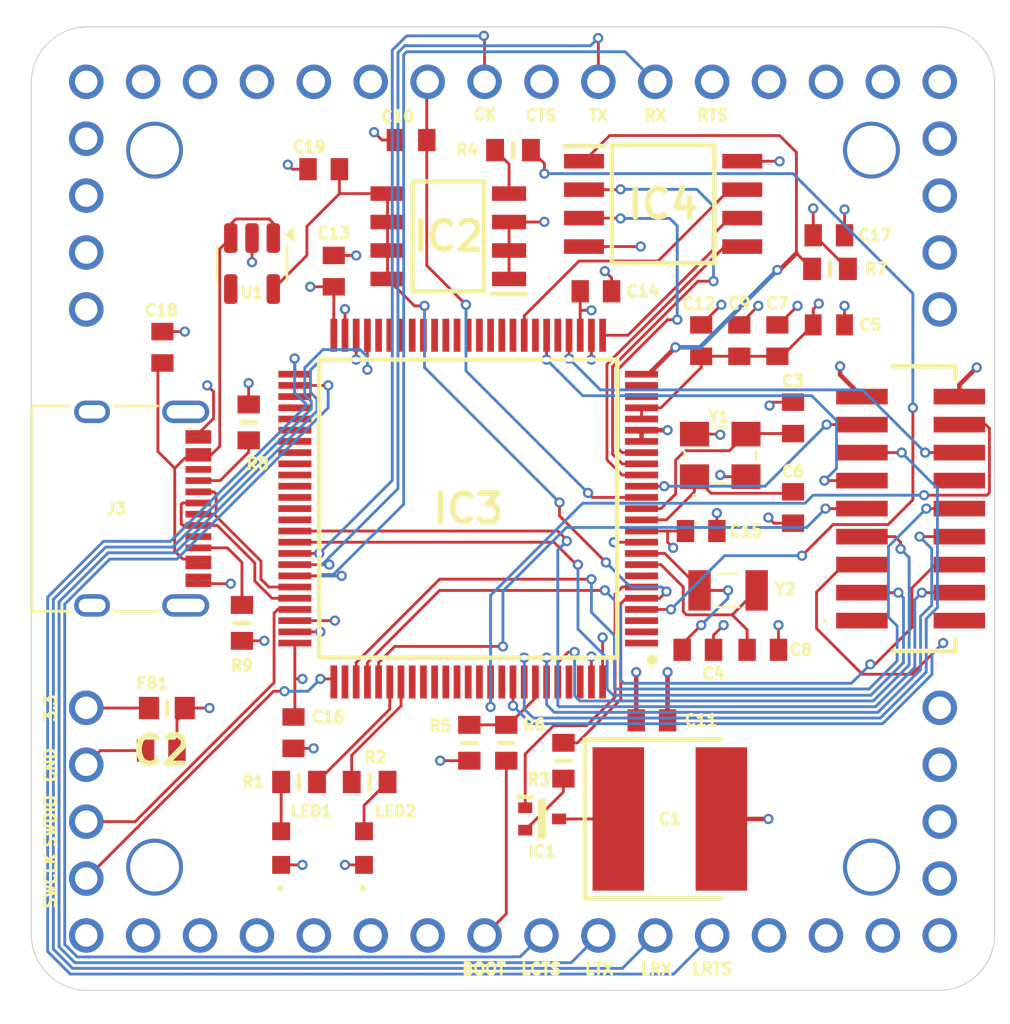
<source format=kicad_pcb>
(kicad_pcb (version 20240108) (generator "pcbnew") (generator_version "8.0")
  (layers (0 "F.Cu" signal) (1 "In1.Cu" power) (2 "In2.Cu" power) (31 "B.Cu" signal) (34 "B.Paste" user) (35 "F.Paste" user) (36 "B.SilkS" user "B.Silkscreen") (37 "F.SilkS" user "F.Silkscreen") (38 "B.Mask" user) (39 "F.Mask" user) (44 "Edge.Cuts" user))
  (net 0 "")
  (net 1 "Net-(IC1-A1{slash}K2)")
  (net 2 "GND")
  (net 3 "/VDD_FILT")
  (net 4 "Net-(IC3-PH1-OSC_OUT)")
  (net 5 "Net-(IC3-PC15-OSC32_OUT)")
  (net 6 "Net-(IC3-PH0-OSC_IN)")
  (net 7 "Net-(IC3-PC14-OSC32_IN)")
  (net 8 "/NRST")
  (net 9 "/VBUS")
  (net 10 "/LDO_OUT")
  (net 11 "VDD")
  (net 12 "/V_BAT")
  (net 13 "Net-(IC1-K1)")
  (net 14 "Net-(IC2-G)")
  (net 16 "/USART1_RX")
  (net 17 "/I2C3_SDA")
  (net 21 "/QUADSPI_BK2_IO0")
  (net 22 "/DCMI_VSYNC")
  (net 23 "/QUADSPI_BK2_IO2")
  (net 28 "/DCMI_D5")
  (net 29 "/LPUART_TX")
  (net 38 "/DCMI_D8")
  (net 41 "/D-")
  (net 44 "/QUADSPI_BK2_IO3")
  (net 47 "/LPUART_CTS")
  (net 51 "/USART1_TX")
  (net 54 "/DCMI_D7")
  (net 57 "/I2C3_SCL")
  (net 59 "/LPUART_RX")
  (net 63 "/Control")
  (net 64 "/SWCLK")
  (net 65 "/QUADSPI_CLK")
  (net 66 "/D+")
  (net 67 "/DCMI_D9")
  (net 70 "Net-(IC3-PH3-BOOT0)")
  (net 71 "/USART1_CK")
  (net 75 "/DCMI_D4")
  (net 78 "/LED1")
  (net 79 "/LPUART_RTS")
  (net 80 "/SWDIO")
  (net 81 "/DCMI_PIXCLK")
  (net 82 "/DCMI_HSYNC")
  (net 83 "/DCMI_D2")
  (net 84 "/QUADSPI_BK2_IO1")
  (net 87 "/QUADSPI_BK1_NCS")
  (net 90 "/DCMI_D6")
  (net 91 "/LED2")
  (net 92 "/DCMI_D3")
  (net 102 "Net-(J3-CC2)")
  (net 103 "Net-(J3-CC1)")
  (net 111 "/BOOT0")
  (net 124 "/USART1_RTS")
  (net 128 "/USART1_CTS")
  (net 134 "Net-(LED1-A)")
  (net 135 "Net-(LED2-A)")
  (footprint "ta-expt-v2-100:CAPC1608X90N" (layer "F.Cu") (at 163.25 114.3)
    (property "Reference" "C4")
    (property "Value" "0603ZA220JAT2A" (hide yes))
  )
  (footprint "ta-expt-v2-100:SOIC127P600X175-8N" (layer "F.Cu") (at 152.112 95.845 180)
    (property "Reference" "IC2")
    (property "Value" "STS5PF30L" (hide yes))
  )
  (footprint "ta-expt-v2-100:CAPC1608X90N" (layer "F.Cu") (at 158.7 98.3 180)
    (property "Reference" "C14")
    (property "Value" "0603ZC104JAT2A" (hide yes))
  )
  (footprint "ta-expt-v2-100:RESC1608X55N" (layer "F.Cu") (at 154.7 118.45 90)
    (property "Reference" "R6")
    (property "Value" "MCT06030C1001FP500" (hide yes))
  )
  (footprint "ta-expt-v2-100:RESC1608X55N" (layer "F.Cu") (at 169.15 97.3 180)
    (property "Reference" "R7")
    (property "Value" "MCT06030C1002FP500" (hide yes))
  )
  (footprint "ta-expt-v2-100:RESC1608X55N" (layer "F.Cu") (at 157.25 119.25 90)
    (property "Reference" "R3")
    (property "Value" "MCT06030C1002FP500" (hide yes))
  )
  (footprint "ta-expt-v2-100:LGQ396PS35" (layer "F.Cu") (at 148.35 123.15 90)
    (property "Reference" "LED2")
    (property "Value" "LG_Q396-PS-35" (hide yes))
  )
  (footprint "ta-expt-v2-100:CAPC1608X90N" (layer "F.Cu") (at 146.55 92.85 180)
    (property "Reference" "C19")
    (property "Value" "1uF" (hide yes))
  )
  (footprint "ta-expt-v2-100:RESC1608X55N" (layer "F.Cu") (at 155 92 180)
    (property "Reference" "R4")
    (property "Value" "MCT06030C1002FP500" (hide yes))
  )
  (footprint "ta-expt-v2-100:CAPC1608X90N" (layer "F.Cu") (at 165.1 100.5 90)
    (property "Reference" "C9")
    (property "Value" "0603ZC105JAT2A" (hide yes))
  )
  (footprint "ta-expt-v2-100:SOTFL50P160X78-3N" (layer "F.Cu") (at 156.3 121.85)
    (property "Reference" "IC1")
    (property "Value" "BAR43SFILM" (hide yes))
  )
  (footprint "ta-expt-v2-100:41746398" (layer "F.Cu") (at 172.75 108 -90)
    (property "Reference" "J5" (hide yes))
    (property "Value" "4-174639-8" (hide yes))
  )
  (footprint "Connector_USB:USB_C_Receptacle_XKB_U262-16XN-4BVC11" (layer "F.Cu") (at 137.285 108 -90)
    (property "Reference" "J3")
    (property "Value" "USB_C_Receptacle_USB2.0" (hide yes))
  )
  (footprint "ta-expt-v2-100:CAPC1608X90N" (layer "F.Cu") (at 167.5 107.95 -90)
    (property "Reference" "C6")
    (property "Value" "0603ZA220JAT2A" (hide yes))
  )
  (footprint "ta-expt-v2-100:CAPC1608X90N" (layer "F.Cu") (at 150.45 91.55 180)
    (property "Reference" "C10")
    (property "Value" "0603ZC104JAT2A" (hide yes))
  )
  (footprint "ta-expt-v2-100:CAPC1608X90N" (layer "F.Cu") (at 166.8 100.5 90)
    (property "Reference" "C7")
    (property "Value" "0603ZC104JAT2A" (hide yes))
  )
  (footprint "ta-expt-v2-100:QFP50P1600X1600X160-100N" (layer "F.Cu") (at 153 108 180)
    (property "Reference" "IC3")
    (property "Value" "STM32L496VGT3" (hide yes))
  )
  (footprint "ta-expt-v2-100:CAPC1608X90N" (layer "F.Cu") (at 147 97.4 90)
    (property "Reference" "C13")
    (property "Value" "0603ZC104JAT2A" (hide yes))
  )
  (footprint "ta-expt-v2-100:RESC1608X55N" (layer "F.Cu") (at 142.9 113.1 90)
    (property "Reference" "R9")
    (property "Value" "5.1k" (hide yes))
  )
  (footprint "ta-expt-v2-100:PinSocket_4x1_TartanArtibeus" (layer "F.Cu") (at 135.95 120.7 180)
    (property "Reference" "J7" (hide yes))
    (property "Value" "Conn_01x04" (hide yes))
  )
  (footprint "ta-expt-v2-100:CAPC1608X50N" (layer "F.Cu") (at 169.1 99.8)
    (property "Reference" "C5")
    (property "Value" "GRM1857U1A103JA44D" (hide yes))
  )
  (footprint "ta-expt-v2-100:RESC1608X55N" (layer "F.Cu") (at 148.6 120.2)
    (property "Reference" "R2")
    (property "Value" "MCT06030C1001FP500" (hide yes))
  )
  (footprint "ta-expt-v2-100:RESC1608X55N" (layer "F.Cu") (at 145.45 120.2 180)
    (property "Reference" "R1")
    (property "Value" "MCT06030C1001FP500" (hide yes))
  )
  (footprint "ta-expt-v2-100:CAPC1608X90N" (layer "F.Cu") (at 139.35 100.8 -90)
    (property "Reference" "C18")
    (property "Value" "1uF" (hide yes))
  )
  (footprint "ta-expt-v2-100:CAPC1608X90N" (layer "F.Cu") (at 145.2 118 90)
    (property "Reference" "C16")
    (property "Value" "0603ZC104JAT2A" (hide yes))
  )
  (footprint "ta-expt-v2-100:PinSocket_1x16_TartanArtibeus" (layer "F.Cu") (at 155 127.05)
    (property "Reference" "J8" (hide yes))
    (property "Value" "Conn_01x16" (hide yes))
  )
  (footprint "ta-expt-v2-100:LGQ396PS35" (layer "F.Cu") (at 144.65 123.15 90)
    (property "Reference" "LED1")
    (property "Value" "LG_Q396-PS-35" (hide yes))
  )
  (footprint "ta-expt-v2-100:CAPC1608X90N" (layer "F.Cu") (at 163.4 100.5 90)
    (property "Reference" "C12")
    (property "Value" "0603ZC105JAT2A" (hide yes))
  )
  (footprint "ta-expt-v2-100:CAPC1608X90N" (layer "F.Cu") (at 163.4 109 180)
    (property "Reference" "C15")
    (property "Value" "0603ZC104JAT2A" (hide yes))
  )
  (footprint "ta-expt-v2-100:PinSocket_1x5_TartanArtibeus" (layer "F.Cu") (at 174.05 120.7)
    (property "Reference" "J1" (hide yes))
    (property "Value" "Conn_01x05" (hide yes))
  )
  (footprint "ta-expt-v2-100:ABM8AIG25000MHZ122ZT3" (layer "F.Cu") (at 164.25 105.625)
    (property "Reference" "Y1")
    (property "Value" "ABM8AIG-16.000MHZ-12-2Z-T" (hide yes))
  )
  (footprint "ta-expt-v2-100:RESC1608X55N" (layer "F.Cu") (at 143.2 104.15 -90)
    (property "Reference" "R8")
    (property "Value" "5.1k" (hide yes))
  )
  (footprint "ta-expt-v2-100:CAPC1608X90N" (layer "F.Cu") (at 166.15 114.3)
    (property "Reference" "C8")
    (property "Value" "0603ZA220JAT2A" (hide yes))
  )
  (footprint "ta-expt-v2-100:CAPC1608X90N" (layer "F.Cu") (at 139.3 118.8 180)
    (property "Reference" "C2")
    (property "Value" "GRM188C71A475KE21D" (hide yes))
  )
  (footprint "Package_TO_SOT_SMD:SOT-23-5" (layer "F.Cu") (at 143.35 97.0625 -90)
    (property "Reference" "U1")
    (property "Value" "TPS7A0533PDBV" (hide yes))
  )
  (footprint "ta-expt-v2-100:CAPPC5660X400N" (layer "F.Cu") (at 162 121.85)
    (property "Reference" "C1")
    (property "Value" "597D158X9004R2T" (hide yes))
  )
  (footprint "ta-expt-v2-100:PinSocket_4x1_TartanArtibeus" (layer "F.Cu") (at 135.95 95.3)
    (property "Reference" "J2" (hide yes))
    (property "Value" "Conn_01x04" (hide yes))
  )
  (footprint "ta-expt-v2-100:CAPC1608X90N" (layer "F.Cu") (at 167.5 103.95 90)
    (property "Reference" "C3")
    (property "Value" "0603ZA220JAT2A" (hide yes))
  )
  (footprint "ta-expt-v2-100:CAPC1608X90N" (layer "F.Cu") (at 161.2 117.45 180)
    (property "Reference" "C11")
    (property "Value" "0603ZC104JAT2A" (hide yes))
  )
  (footprint "ta-expt-v2-100:CAPC1608X90N" (layer "F.Cu") (at 169.1 95.8)
    (property "Reference" "C17")
    (property "Value" "0603ZC104JAT2A" (hide yes))
  )
  (footprint "ta-expt-v2-100:ABS07AIG32768kHz71T" (layer "F.Cu") (at 164.6 111.65 180)
    (property "Reference" "Y2")
    (property "Value" "ABS07AIG-32.768kHz-T" (hide yes))
  )
  (footprint "ta-expt-v2-100:SOIC127P790X216-8N" (layer "F.Cu") (at 161.7 94.4)
    (property "Reference" "IC4")
    (property "Value" "IS25LP128F-JBLA3" (hide yes))
  )
  (footprint "ta-expt-v2-100:MountingHoles_TartanArtibeus" (layer "F.Cu") (at 151.5 96.5)
    (property "Reference" "J6" (hide yes))
    (property "Value" "Conn_01x04" (hide yes))
  )
  (footprint "ta-expt-v2-100:PinSocket_1x5_TartanArtibeus" (layer "F.Cu") (at 174.05 95.3)
    (property "Reference" "J4" (hide yes))
    (property "Value" "Conn_01x05" (hide yes))
  )
  (footprint "ta-expt-v2-100:PinSocket_1x16_TartanArtibeus" (layer "F.Cu") (at 155 88.95)
    (property "Reference" "J9" (hide yes))
    (property "Value" "Conn_01x16" (hide yes))
  )
  (footprint "ta-expt-v2-100:BEADC1608X95N" (layer "F.Cu") (at 139.55 116.9)
    (property "Reference" "FB1")
    (property "Value" "MMZ1608S601ATD25" (hide yes))
  )
  (footprint "ta-expt-v2-100:RESC1608X55N" (layer "F.Cu") (at 153.05 118.45 -90)
    (property "Reference" "R5")
    (property "Value" "MCT06030C1002FP500" (hide yes))
  )
  (gr_arc (start 173.96 86.500001) (mid 175.767993 87.232007) (end 176.499999 89.04) (stroke (width 0.05)) (layer "Edge.Cuts"))
  (gr_line (start 176.5 89.04) (end 176.5 126.96) (stroke (width 0.05)) (layer "Edge.Cuts"))
  (gr_line (start 133.5 126.96) (end 133.5 89.04) (stroke (width 0.05)) (layer "Edge.Cuts"))
  (gr_arc (start 176.499999 126.96) (mid 175.767993 128.767993) (end 173.96 129.499999) (stroke (width 0.05)) (layer "Edge.Cuts"))
  (gr_arc (start 136.04 129.499999) (mid 134.232007 128.767993) (end 133.500001 126.96) (stroke (width 0.05)) (layer "Edge.Cuts"))
  (gr_line (start 136.04 86.5) (end 173.96 86.5) (stroke (width 0.05)) (layer "Edge.Cuts"))
  (gr_line (start 173.96 129.5) (end 136.04 129.5) (stroke (width 0.05)) (layer "Edge.Cuts"))
  (gr_arc (start 133.500001 89.04) (mid 134.232007 87.232007) (end 136.04 86.500001) (stroke (width 0.05)) (layer "Edge.Cuts"))
  (gr_text "BOOT" (at 153.7 128.55 0) (layer "F.SilkS") (effects (font (size 0.5 0.5) (thickness 0.125))))
  (gr_text "SWDIO" (at 134.35 121.95 90) (layer "F.SilkS") (effects (font (size 0.5 0.5) (thickness 0.125))))
  (gr_text "LCTS" (at 156.25 128.55 0) (layer "F.SilkS") (effects (font (size 0.5 0.5) (thickness 0.125))))
  (gr_text "SWCLK" (at 134.35 124.6 90) (layer "F.SilkS") (effects (font (size 0.5 0.5) (thickness 0.125))))
  (gr_text "TX\n" (at 158.8 90.45 0) (layer "F.SilkS") (effects (font (size 0.5 0.5) (thickness 0.125))))
  (gr_text "3.3\n" (at 134.35 116.9 90) (layer "F.SilkS") (effects (font (size 0.5 0.5) (thickness 0.125))))
  (gr_text "RX\n" (at 161.35 90.45 0) (layer "F.SilkS") (effects (font (size 0.5 0.5) (thickness 0.125))))
  (gr_text "GND" (at 134.35 119.45 90) (layer "F.SilkS") (effects (font (size 0.5 0.5) (thickness 0.125))))
  (gr_text "RTS\n\n" (at 163.9 90.85 0) (layer "F.SilkS") (effects (font (size 0.5 0.5) (thickness 0.125))))
  (gr_text "LRTS" (at 163.9 128.55 0) (layer "F.SilkS") (effects (font (size 0.5 0.5) (thickness 0.125))))
  (gr_text "LRX" (at 161.4 128.55 0) (layer "F.SilkS") (effects (font (size 0.5 0.5) (thickness 0.125))))
  (gr_text "CTS\n" (at 156.25 90.45 0) (layer "F.SilkS") (effects (font (size 0.5 0.5) (thickness 0.125))))
  (gr_text "CK\n" (at 153.75 90.4 0) (layer "F.SilkS") (effects (font (size 0.5 0.5) (thickness 0.125))))
  (gr_text "LTX" (at 158.85 128.55 0) (layer "F.SilkS") (effects (font (size 0.5 0.5) (thickness 0.125))))
  (segment (start 159.7 121.85) (end 157.055 121.85) (width 0.127) (layer "F.Cu") (net 1))
  (segment (start 165.1 99.8) (end 165.95 98.95) (width 0.127) (layer "F.Cu") (net 2))
  (segment (start 174.925 103) (end 174.925 102.475) (width 0.2032) (layer "F.Cu") (net 2))
  (segment (start 169.8 99.8) (end 169.8 98.95) (width 0.127) (layer "F.Cu") (net 2))
  (segment (start 142.9 113.9) (end 143.9 113.9) (width 0.127) (layer "F.Cu") (net 2))
  (segment (start 149.75 91.55) (end 149.15 91.55) (width 0.127) (layer "F.Cu") (net 2))
  (segment (start 138.6 118.8) (end 136.58 118.8) (width 0.127) (layer "F.Cu") (net 2))
  (segment (start 163.4 99.8) (end 164.3 98.9) (width 0.127) (layer "F.Cu") (net 2))
  (segment (start 174.925 102.475) (end 175.7 101.7) (width 0.2032) (layer "F.Cu") (net 2))
  (segment (start 141.6305 103.9745) (end 141.6305 102.7805) (width 0.127) (layer "F.Cu") (net 2))
  (segment (start 143.2 103.35) (end 143.2 102.4) (width 0.127) (layer "F.Cu") (net 2))
  (segment (start 161.9 104.5) (end 160.738 104.5) (width 0.2032) (layer "F.Cu") (net 2))
  (segment (start 160.695 96.305) (end 158.168 96.305) (width 0.127) (layer "F.Cu") (net 2))
  (segment (start 160.738 104.5) (end 160.738 105) (width 0.2032) (layer "F.Cu") (net 2))
  (segment (start 158.5 100.262) (end 158.5 101.35) (width 0.127) (layer "F.Cu") (net 2))
  (segment (start 145.85 92.85) (end 145.15 92.85) (width 0.127) (layer "F.Cu") (net 2))
  (segment (start 167.5 103.25) (end 166.6 103.25) (width 0.127) (layer "F.Cu") (net 2))
  (segment (start 164.3 121.85) (end 166.4 121.85) (width 0.2032) (layer "F.Cu") (net 2))
  (segment (start 161.9 115.4) (end 161.9 115.3) (width 0.2032) (layer "F.Cu") (net 2))
  (segment (start 145.262 113.5) (end 146.4 113.5) (width 0.127) (layer "F.Cu") (net 2))
  (segment (start 159.4 98.3) (end 159.4 97.7) (width 0.127) (layer "F.Cu") (net 2))
  (segment (start 164.1 109) (end 164.1 108.2) (width 0.127) (layer "F.Cu") (net 2))
  (segment (start 145.15 92.85) (end 144.95 92.65) (width 0.127) (layer "F.Cu") (net 2))
  (segment (start 166.85 113.2) (end 166.85 113.15) (width 0.127) (layer "F.Cu") (net 2))
  (segment (start 164.225 104.675) (end 164.25 104.7) (width 0.127) (layer "F.Cu") (net 2))
  (segment (start 136.58 118.8) (end 135.95 119.43) (width 0.127) (layer "F.Cu") (net 2))
  (segment (start 148.35 123.9) (end 147.5 123.9) (width 0.127) (layer "F.Cu") (net 2))
  (segment (start 166.8 99.8) (end 166.85 99.8) (width 0.127) (layer "F.Cu") (net 2))
  (segment (start 160.738 109.5) (end 159.5 109.5) (width 0.127) (layer "F.Cu") (net 2))
  (segment (start 153.05 119.25) (end 151.75 119.25) (width 0.127) (layer "F.Cu") (net 2))
  (segment (start 167.5 108.65) (end 166.65 108.65) (width 0.127) (layer "F.Cu") (net 2))
  (segment (start 140.955 111.35) (end 142.4 111.35) (width 0.127) (layer "F.Cu") (net 2))
  (segment (start 144.65 123.9) (end 145.6 123.9) (width 0.127) (layer "F.Cu") (net 2))
  (segment (start 140.955 104.65) (end 141.6305 103.9745) (width 0.127) (layer "F.Cu") (net 2))
  (segment (start 166.85 114.3) (end 166.85 113.2) (width 0.127) (layer "F.Cu") (net 2))
  (segment (start 139.35 100.1) (end 140.35 100.1) (width 0.127) (layer "F.Cu") (net 2))
  (segment (start 163.1 104.675) (end 164.225 104.675) (width 0.127) (layer "F.Cu") (net 2))
  (segment (start 160.7 96.3) (end 160.695 96.305) (width 0.127) (layer "F.Cu") (net 2))
  (segment (start 163.95 113.65) (end 164.4 113.2) (width 0.127) (layer "F.Cu") (net 2))
  (segment (start 149.15 91.55) (end 148.8 91.2) (width 0.127) (layer "F.Cu") (net 2))
  (segment (start 140.955 111.35) (end 140.955 111.05) (width 0.127) (layer "F.Cu") (net 2))
  (segment (start 165.4 106.575) (end 164.325 106.575) (width 0.127) (layer "F.Cu") (net 2))
  (segment (start 163.95 114.3) (end 163.95 113.65) (width 0.127) (layer "F.Cu") (net 2))
  (segment (start 147 96.7) (end 148 96.7) (width 0.127) (layer "F.Cu") (net 2))
  (segment (start 145.2 118.7) (end 146.1 118.7) (width 0.127) (layer "F.Cu") (net 2))
  (segment (start 169.8 95.8) (end 169.8 94.65) (width 0.127) (layer "F.Cu") (net 2))
  (segment (start 141.6305 102.7805) (end 141.35 102.5) (width 0.127) (layer "F.Cu") (net 2))
  (segment (start 147.5 100.262) (end 147.5 99.1) (width 0.127) (layer "F.Cu") (net 2))
  (segment (start 143.35 95.925) (end 143.35 97) (width 0.127) (layer "F.Cu") (net 2))
  (segment (start 159.4 97.7) (end 159.1 97.4) (width 0.127) (layer "F.Cu") (net 2))
  (segment (start 166.6 103.25) (end 166.45 103.4) (width 0.127) (layer "F.Cu") (net 2))
  (segment (start 166.85 99.8) (end 167.7 98.95) (width 0.127) (layer "F.Cu") (net 2))
  (segment (start 161.9 117.45) (end 161.9 115.4) (width 0.2032) (layer "F.Cu") (net 2))
  (segment (start 166.65 108.65) (end 166.4 108.4) (width 0.127) (layer "F.Cu") (net 2))
  (segment (start 164.325 106.575) (end 164.25 106.5) (width 0.127) (layer "F.Cu") (net 2))
  (segment (start 158.5 115.738) (end 158.5 114.6) (width 0.127) (layer "F.Cu") (net 2))
  (via (at 143.2 102.4) (size 0.4572) (drill 0.254) (layers "F.Cu" "B.Cu") (net 2))
  (via (at 169.8 98.95) (size 0.4572) (drill 0.254) (layers "F.Cu" "B.Cu") (net 2))
  (via (at 146.1 118.7) (size 0.4572) (drill 0.254) (layers "F.Cu" "B.Cu") (net 2))
  (via (at 164.4 113.2) (size 0.4572) (drill 0.254) (layers "F.Cu" "B.Cu") (net 2))
  (via (at 175.7 101.7) (size 0.4572) (drill 0.254) (layers "F.Cu" "B.Cu") (net 2))
  (via (at 166.45 103.4) (size 0.4572) (drill 0.254) (layers "F.Cu" "B.Cu") (net 2))
  (via (at 165.95 98.95) (size 0.4572) (drill 0.254) (layers "F.Cu" "B.Cu") (net 2))
  (via (at 142.4 111.35) (size 0.4572) (drill 0.254) (layers "F.Cu" "B.Cu") (net 2))
  (via (at 166.4 121.85) (size 0.4572) (drill 0.254) (layers "F.Cu" "B.Cu") (net 2))
  (via (at 167.7 98.95) (size 0.4572) (drill 0.254) (layers "F.Cu" "B.Cu") (net 2))
  (via (at 140.35 100.1) (size 0.4572) (drill 0.254) (layers "F.Cu" "B.Cu") (net 2))
  (via (at 164.3 98.9) (size 0.4572) (drill 0.254) (layers "F.Cu" "B.Cu") (net 2))
  (via (at 147.5 99.1) (size 0.4572) (drill 0.254) (layers "F.Cu" "B.Cu") (net 2))
  (via (at 166.85 113.2) (size 0.4572) (drill 0.254) (layers "F.Cu" "B.Cu") (net 2))
  (via (at 143.35 97) (size 0.4572) (drill 0.254) (layers "F.Cu" "B.Cu") (net 2))
  (via (at 158.5 114.6) (size 0.4572) (drill 0.254) (layers "F.Cu" "B.Cu") (net 2))
  (via (at 161.9 104.5) (size 0.4572) (drill 0.254) (layers "F.Cu" "B.Cu") (net 2))
  (via (at 159.5 109.5) (size 0.4572) (drill 0.254) (layers "F.Cu" "B.Cu") (net 2))
  (via (at 148 96.7) (size 0.4572) (drill 0.254) (layers "F.Cu" "B.Cu") (net 2))
  (via (at 161.9 115.3) (size 0.4572) (drill 0.254) (layers "F.Cu" "B.Cu") (net 2))
  (via (at 158.5 101.35) (size 0.4572) (drill 0.254) (layers "F.Cu" "B.Cu") (net 2))
  (via (at 166.4 108.4) (size 0.4572) (drill 0.254) (layers "F.Cu" "B.Cu") (net 2))
  (via (at 146.4 113.5) (size 0.4572) (drill 0.254) (layers "F.Cu" "B.Cu") (net 2))
  (via (at 164.25 106.5) (size 0.4572) (drill 0.254) (layers "F.Cu" "B.Cu") (net 2))
  (via (at 160.7 96.3) (size 0.4572) (drill 0.254) (layers "F.Cu" "B.Cu") (net 2))
  (via (at 151.75 119.25) (size 0.4572) (drill 0.254) (layers "F.Cu" "B.Cu") (net 2))
  (via (at 147.5 123.9) (size 0.4572) (drill 0.254) (layers "F.Cu" "B.Cu") (net 2))
  (via (at 144.95 92.65) (size 0.4572) (drill 0.254) (layers "F.Cu" "B.Cu") (net 2))
  (via (at 145.6 123.9) (size 0.4572) (drill 0.254) (layers "F.Cu" "B.Cu") (net 2))
  (via (at 169.8 94.65) (size 0.4572) (drill 0.254) (layers "F.Cu" "B.Cu") (net 2))
  (via (at 143.9 113.9) (size 0.4572) (drill 0.254) (layers "F.Cu" "B.Cu") (net 2))
  (via (at 164.1 108.2) (size 0.4572) (drill 0.254) (layers "F.Cu" "B.Cu") (net 2))
  (via (at 159.1 97.4) (size 0.4572) (drill 0.254) (layers "F.Cu" "B.Cu") (net 2))
  (via (at 148.8 91.2) (size 0.4572) (drill 0.254) (layers "F.Cu" "B.Cu") (net 2))
  (via (at 141.35 102.5) (size 0.4572) (drill 0.254) (layers "F.Cu" "B.Cu") (net 2))
  (via (at 164.25 104.7) (size 0.4572) (drill 0.254) (layers "F.Cu" "B.Cu") (net 2))
  (segment (start 160.5 117.45) (end 160.5 115.3) (width 0.2032) (layer "F.Cu") (net 3))
  (segment (start 145.262 115.6) (end 145.6 115.6) (width 0.127) (layer "F.Cu") (net 3))
  (segment (start 162.7 109) (end 161.9 109) (width 0.127) (layer "F.Cu") (net 3))
  (segment (start 170.575 103) (end 169.6 102.025) (width 0.2032) (layer "F.Cu") (net 3))
  (segment (start 160.738 103.5) (end 161.6025 103.5) (width 0.127) (layer "F.Cu") (net 3))
  (segment (start 163.4 101.7025) (end 163.4 101.2) (width 0.127) (layer "F.Cu") (net 3))
  (segment (start 145.262 115.6) (end 145.262 114) (width 0.127) (layer "F.Cu") (net 3))
  (segment (start 154.824 95.21) (end 156.39 95.21) (width 0.127) (layer "F.Cu") (net 3))
  (segment (start 165.1 101.2) (end 166.8 101.2) (width 0.127) (layer "F.Cu") (net 3))
  (segment (start 168.4 95.8) (end 168.45 95.8) (width 0.127) (layer "F.Cu") (net 3))
  (segment (start 161.9 109) (end 161.9 109.5) (width 0.127) (layer "F.Cu") (net 3))
  (segment (start 145.2 117.2) (end 145.262 117.138) (width 0.127) (layer "F.Cu") (net 3))
  (segment (start 140.35 116.9) (end 140.35 117.1) (width 0.127) (layer "F.Cu") (net 3))
  (segment (start 166.8 101.2) (end 167 101.2) (width 0.127) (layer "F.Cu") (net 3))
  (segment (start 166.895 92.495) (end 166.9 92.5) (width 0.127) (layer "F.Cu") (net 3))
  (segment (start 161.6025 103.5) (end 163.4 101.7025) (width 0.127) (layer "F.Cu") (net 3))
  (segment (start 140.35 116.9) (end 141.45 116.9) (width 0.127) (layer "F.Cu") (net 3))
  (segment (start 163.4 101.2) (end 165.1 101.2) (width 0.127) (layer "F.Cu") (net 3))
  (segment (start 160.738 104) (end 160.738 103.5) (width 0.127) (layer "F.Cu") (net 3))
  (segment (start 168.45 95.8) (end 169.95 97.3) (width 0.127) (layer "F.Cu") (net 3))
  (segment (start 168.4 95.8) (end 168.4 94.6) (width 0.127) (layer "F.Cu") (net 3))
  (segment (start 145.262 113) (end 147.05 113) (width 0.127) (layer "F.Cu") (net 3))
  (segment (start 147 100.262) (end 147 98.1) (width 0.127) (layer "F.Cu") (net 3))
  (segment (start 167 101.2) (end 168.4 99.8) (width 0.127) (layer "F.Cu") (net 3))
  (segment (start 140.35 117.1) (end 140 117.45) (width 0.127) (layer "F.Cu") (net 3))
  (segment (start 158 99.15) (end 158.5 99.15) (width 0.127) (layer "F.Cu") (net 3))
  (segment (start 140 117.45) (end 140 118.8) (width 0.127) (layer "F.Cu") (net 3))
  (segment (start 165.232 92.495) (end 166.895 92.495) (width 0.127) (layer "F.Cu") (net 3))
  (segment (start 154.824 97.75) (end 154.824 96.48) (width 0.127) (layer "F.Cu") (net 3))
  (segment (start 145.2 117.3) (end 145.2 117.2) (width 0.127) (layer "F.Cu") (net 3))
  (segment (start 168.4 99.8) (end 168.4 99.1) (width 0.127) (layer "F.Cu") (net 3))
  (segment (start 154.824 95.21) (end 154.824 96.48) (width 0.127) (layer "F.Cu") (net 3))
  (segment (start 168.4 99.1) (end 168.65 98.85) (width 0.127) (layer "F.Cu") (net 3))
  (segment (start 161.9 109.5) (end 162.15 109.75) (width 0.127) (layer "F.Cu") (net 3))
  (segment (start 169.6 102.025) (end 169.6 101.65) (width 0.2032) (layer "F.Cu") (net 3))
  (segment (start 159 115.738) (end 159 113.75) (width 0.127) (layer "F.Cu") (net 3))
  (segment (start 147 98.1) (end 145.95 98.1) (width 0.127) (layer "F.Cu") (net 3))
  (segment (start 158 100.262) (end 158 99.15) (width 0.127) (layer "F.Cu") (net 3))
  (segment (start 158 99.15) (end 158 98.3) (width 0.127) (layer "F.Cu") (net 3))
  (segment (start 145.262 117.138) (end 145.262 115.6) (width 0.127) (layer "F.Cu") (net 3))
  (segment (start 156.39 95.21) (end 156.4 95.2) (width 0.127) (layer "F.Cu") (net 3))
  (segment (start 161.9 109) (end 160.738 109) (width 0.127) (layer "F.Cu") (net 3))
  (via (at 160.5 115.3) (size 0.4572) (drill 0.254) (layers "F.Cu" "B.Cu") (net 3))
  (via (at 158.5 99.15) (size 0.4572) (drill 0.254) (layers "F.Cu" "B.Cu") (net 3))
  (via (at 156.4 95.2) (size 0.4572) (drill 0.254) (layers "F.Cu" "B.Cu") (net 3))
  (via (at 169.6 101.65) (size 0.4572) (drill 0.254) (layers "F.Cu" "B.Cu") (net 3))
  (via (at 166.9 92.5) (size 0.4572) (drill 0.254) (layers "F.Cu" "B.Cu") (net 3))
  (via (at 145.95 98.1) (size 0.4572) (drill 0.254) (layers "F.Cu" "B.Cu") (net 3))
  (via (at 141.45 116.9) (size 0.4572) (drill 0.254) (layers "F.Cu" "B.Cu") (net 3))
  (via (at 168.4 94.6) (size 0.4572) (drill 0.254) (layers "F.Cu" "B.Cu") (net 3))
  (via (at 147.05 113) (size 0.4572) (drill 0.254) (layers "F.Cu" "B.Cu") (net 3))
  (via (at 159 113.75) (size 0.4572) (drill 0.254) (layers "F.Cu" "B.Cu") (net 3))
  (via (at 162.15 109.75) (size 0.4572) (drill 0.254) (layers "F.Cu" "B.Cu") (net 3))
  (via (at 168.65 98.85) (size 0.4572) (drill 0.254) (layers "F.Cu" "B.Cu") (net 3))
  (via (at 145.6 115.6) (size 0.4572) (drill 0.254) (layers "F.Cu" "B.Cu") (net 3))
  (segment (start 162.2595 105.8345) (end 162.6785 105.4155) (width 0.127) (layer "F.Cu") (net 4))
  (segment (start 165.425 104.65) (end 165.4 104.675) (width 0.127) (layer "F.Cu") (net 4))
  (segment (start 160.738 108) (end 161.6025 108) (width 0.127) (layer "F.Cu") (net 4))
  (segment (start 162.2595 107.343) (end 162.2595 105.8345) (width 0.127) (layer "F.Cu") (net 4))
  (segment (start 162.6785 105.4155) (end 164.6595 105.4155) (width 0.127) (layer "F.Cu") (net 4))
  (segment (start 164.6595 105.4155) (end 165.4 104.675) (width 0.127) (layer "F.Cu") (net 4))
  (segment (start 161.6025 108) (end 162.2595 107.343) (width 0.127) (layer "F.Cu") (net 4))
  (segment (start 167.5 104.65) (end 165.425 104.65) (width 0.127) (layer "F.Cu") (net 4))
  (segment (start 162.55 114.05) (end 163.4 113.2) (width 0.127) (layer "F.Cu") (net 5))
  (segment (start 161.777038 110) (end 163.325 111.547962) (width 0.127) (layer "F.Cu") (net 5))
  (segment (start 160.738 110) (end 161.777038 110) (width 0.127) (layer "F.Cu") (net 5))
  (segment (start 163.325 111.547962) (end 163.325 111.65) (width 0.127) (layer "F.Cu") (net 5))
  (segment (start 164.6 111.65) (end 163.325 111.65) (width 0.127) (layer "F.Cu") (net 5))
  (segment (start 162.55 114.3) (end 162.55 114.05) (width 0.127) (layer "F.Cu") (net 5))
  (via (at 163.4 113.2) (size 0.4572) (drill 0.254) (layers "F.Cu" "B.Cu") (net 5))
  (via (at 164.6 111.65) (size 0.4572) (drill 0.254) (layers "F.Cu" "B.Cu") (net 5))
  (segment (start 163.4 113.2) (end 164.6 112) (width 0.127) (layer "B.Cu") (net 5))
  (segment (start 164.6 112) (end 164.6 111.65) (width 0.127) (layer "B.Cu") (net 5))
  (segment (start 167.4345 107.3155) (end 167.5 107.25) (width 0.127) (layer "F.Cu") (net 6))
  (segment (start 163.1 106.575) (end 163.8405 107.3155) (width 0.127) (layer "F.Cu") (net 6))
  (segment (start 163.1 107.252) (end 161.852 108.5) (width 0.127) (layer "F.Cu") (net 6))
  (segment (start 163.8405 107.3155) (end 167.4345 107.3155) (width 0.127) (layer "F.Cu") (net 6))
  (segment (start 163.1 106.575) (end 163.1 107.252) (width 0.127) (layer "F.Cu") (net 6))
  (segment (start 161.852 108.5) (end 160.738 108.5) (width 0.127) (layer "F.Cu") (net 6))
  (segment (start 161.6025 110.5) (end 162.6 111.4975) (width 0.127) (layer "F.Cu") (net 7))
  (segment (start 165.45 113.406) (end 164.7845 112.7405) (width 0.127) (layer "F.Cu") (net 7))
  (segment (start 162.6 111.4975) (end 162.6 112.6) (width 0.127) (layer "F.Cu") (net 7))
  (segment (start 162.6 112.6) (end 162.7405 112.7405) (width 0.127) (layer "F.Cu") (net 7))
  (segment (start 164.7845 112.7405) (end 165.875 111.65) (width 0.127) (layer "F.Cu") (net 7))
  (segment (start 160.738 110.5) (end 161.6025 110.5) (width 0.127) (layer "F.Cu") (net 7))
  (segment (start 165.45 114.3) (end 165.45 113.406) (width 0.127) (layer "F.Cu") (net 7))
  (segment (start 162.7405 112.7405) (end 164.7845 112.7405) (width 0.127) (layer "F.Cu") (net 7))
  (segment (start 158.55 107.5) (end 160.738 107.5) (width 0.127) (layer "F.Cu") (net 8))
  (segment (start 151.15 91.55) (end 151.15 97.15) (width 0.127) (layer "F.Cu") (net 8))
  (segment (start 151.15 91.55) (end 151.15 88.99) (width 0.127) (layer "F.Cu") (net 8))
  (segment (start 151.15 97.15) (end 152.9 98.9) (width 0.127) (layer "F.Cu") (net 8))
  (segment (start 151.15 88.99) (end 151.19 88.95) (width 0.127) (layer "F.Cu") (net 8))
  (segment (start 158.35 107.3) (end 158.55 107.5) (width 0.127) (layer "F.Cu") (net 8))
  (via (at 158.35 107.3) (size 0.4572) (drill 0.254) (layers "F.Cu" "B.Cu") (net 8))
  (via (at 152.9 98.9) (size 0.4572) (drill 0.254) (layers "F.Cu" "B.Cu") (net 8))
  (segment (start 152.9 98.9) (end 152.9 101.85) (width 0.127) (layer "B.Cu") (net 8))
  (segment (start 152.9 101.85) (end 158.35 107.3) (width 0.127) (layer "B.Cu") (net 8))
  (segment (start 139.1495 101.7005) (end 139.1495 105.4485) (width 0.127) (layer "F.Cu") (net 9))
  (segment (start 141.38 105.75) (end 141.9095 105.2205) (width 0.127) (layer "F.Cu") (net 9))
  (segment (start 141.9095 96.4155) (end 142.4 95.925) (width 0.127) (layer "F.Cu") (net 9))
  (segment (start 144.3 95.925) (end 144.3 95.262501) (width 0.127) (layer "F.Cu") (net 9))
  (segment (start 142.4 95.3) (end 142.4 95.925) (width 0.127) (layer "F.Cu") (net 9))
  (segment (start 141.9095 105.2205) (end 141.9095 96.4155) (width 0.127) (layer "F.Cu") (net 9))
  (segment (start 139.35 101.5) (end 139.1495 101.7005) (width 0.127) (layer "F.Cu") (net 9))
  (segment (start 140.955 110.25) (end 140.253 110.25) (width 0.127) (layer "F.Cu") (net 9))
  (segment (start 140.955 105.75) (end 141.38 105.75) (width 0.127) (layer "F.Cu") (net 9))
  (segment (start 142.628 95.072) (end 142.4 95.3) (width 0.127) (layer "F.Cu") (net 9))
  (segment (start 139.1495 105.4485) (end 139.9 106.199) (width 0.127) (layer "F.Cu") (net 9))
  (segment (start 139.9 109.897) (end 139.9 106.199) (width 0.127) (layer "F.Cu") (net 9))
  (segment (start 144.3 95.262501) (end 144.109499 95.072) (width 0.127) (layer "F.Cu") (net 9))
  (segment (start 140.955 110.25) (end 140.955 110.55) (width 0.127) (layer "F.Cu") (net 9))
  (segment (start 140.5 105.45) (end 140.955 105.45) (width 0.127) (layer "F.Cu") (net 9))
  (segment (start 144.109499 95.072) (end 142.628 95.072) (width 0.127) (layer "F.Cu") (net 9))
  (segment (start 140.349 105.75) (end 140.955 105.75) (width 0.127) (layer "F.Cu") (net 9))
  (segment (start 140.955 105.75) (end 140.955 105.45) (width 0.127) (layer "F.Cu") (net 9))
  (segment (start 139.9 106.199) (end 140.349 105.75) (width 0.127) (layer "F.Cu") (net 9))
  (segment (start 140.253 110.25) (end 139.9 109.897) (width 0.127) (layer "F.Cu") (net 9))
  (segment (start 145.8 96.7) (end 144.3 98.2) (width 0.127) (layer "F.Cu") (net 10))
  (segment (start 147.25 92.85) (end 147.25 93.93) (width 0.127) (layer "F.Cu") (net 10))
  (segment (start 147.26 93.94) (end 145.8 95.4) (width 0.127) (layer "F.Cu") (net 10))
  (segment (start 161.55 112) (end 160.738 112) (width 0.127) (layer "F.Cu") (net 10))
  (segment (start 159.81 116.517) (end 159.81 112.24) (width 0.127) (layer "F.Cu") (net 10))
  (segment (start 157.877 118.45) (end 159.81 116.517) (width 0.127) (layer "F.Cu") (net 10))
  (segment (start 149.4 97.75) (end 149.4 96.48) (width 0.127) (layer "F.Cu") (net 10))
  (segment (start 159.81 112.24) (end 160.05 112) (width 0.127) (layer "F.Cu") (net 10))
  (segment (start 149.4 97.75) (end 150.6 98.95) (width 0.127) (layer "F.Cu") (net 10))
  (segment (start 157.075 108.325) (end 159.15 110.4) (width 0.127) (layer "F.Cu") (net 10))
  (segment (start 150.6 98.95) (end 151.05 98.95) (width 0.127) (layer "F.Cu") (net 10))
  (segment (start 157.25 118.45) (end 157.877 118.45) (width 0.127) (layer "F.Cu") (net 10))
  (segment (start 149.4 93.94) (end 149.4 95.21) (width 0.127) (layer "F.Cu") (net 10))
  (segment (start 160.05 112) (end 160.738 112) (width 0.127) (layer "F.Cu") (net 10))
  (segment (start 149.4 97.75) (end 149.1695 97.5195) (width 0.127) (layer "F.Cu") (net 10))
  (segment (start 145.8 95.4) (end 145.8 96.7) (width 0.127) (layer "F.Cu") (net 10))
  (segment (start 157.075 107.725) (end 157.075 108.325) (width 0.127) (layer "F.Cu") (net 10))
  (segment (start 161.85 111.7) (end 161.55 112) (width 0.127) (layer "F.Cu") (net 10))
  (segment (start 147.25 93.93) (end 147.26 93.94) (width 0.127) (layer "F.Cu") (net 10))
  (segment (start 149.4 93.94) (end 147.26 93.94) (width 0.127) (layer "F.Cu") (net 10))
  (segment (start 149.4 95.21) (end 149.4 96.48) (width 0.127) (layer "F.Cu") (net 10))
  (via (at 161.85 111.7) (size 0.4572) (drill 0.254) (layers "F.Cu" "B.Cu") (net 10))
  (via (at 151.05 98.95) (size 0.4572) (drill 0.254) (layers "F.Cu" "B.Cu") (net 10))
  (via (at 159.15 110.4) (size 0.4572) (drill 0.254) (layers "F.Cu" "B.Cu") (net 10))
  (via (at 157.075 107.725) (size 0.4572) (drill 0.254) (layers "F.Cu" "B.Cu") (net 10))
  (segment (start 161.65 111.5) (end 161.8 111.65) (width 0.127) (layer "B.Cu") (net 10))
  (segment (start 160.25 111.5) (end 161.65 111.5) (width 0.127) (layer "B.Cu") (net 10))
  (segment (start 161.8 111.65) (end 161.85 111.7) (width 0.127) (layer "B.Cu") (net 10))
  (segment (start 159.15 110.4) (end 160.25 111.5) (width 0.127) (layer "B.Cu") (net 10))
  (segment (start 151.05 101.7) (end 157.075 107.725) (width 0.127) (layer "B.Cu") (net 10))
  (segment (start 157.075 107.725) (end 157.1 107.75) (width 0.127) (layer "B.Cu") (net 10))
  (segment (start 151.05 98.95) (end 151.05 101.7) (width 0.127) (layer "B.Cu") (net 10))
  (segment (start 135.96 116.9) (end 135.95 116.89) (width 0.127) (layer "F.Cu") (net 11))
  (segment (start 138.75 116.9) (end 135.96 116.9) (width 0.127) (layer "F.Cu") (net 11))
  (segment (start 156.816105 117.683895) (end 155.545 118.955) (width 0.127) (layer "F.Cu") (net 12))
  (segment (start 159.556 116.41179) (end 158.283895 117.683895) (width 0.127) (layer "F.Cu") (net 12))
  (segment (start 159.8735 111.5) (end 159.556 111.8175) (width 0.127) (layer "F.Cu") (net 12))
  (segment (start 158.283895 117.683895) (end 156.816105 117.683895) (width 0.127) (layer "F.Cu") (net 12))
  (segment (start 159.556 111.8175) (end 159.556 116.41179) (width 0.127) (layer "F.Cu") (net 12))
  (segment (start 160.738 111.5) (end 159.8735 111.5) (width 0.127) (layer "F.Cu") (net 12))
  (segment (start 155.545 118.955) (end 155.545 121.35) (width 0.127) (layer "F.Cu") (net 12))
  (segment (start 157.25 120.645) (end 155.545 122.35) (width 0.127) (layer "F.Cu") (net 13))
  (segment (start 157.25 120.05) (end 157.25 120.645) (width 0.127) (layer "F.Cu") (net 13))
  (segment (start 154.824 93.94) (end 154.824 92.624) (width 0.127) (layer "F.Cu") (net 14))
  (segment (start 154.824 92.624) (end 154.2 92) (width 0.127) (layer "F.Cu") (net 14))
  (segment (start 145.262 111) (end 147.35 111) (width 0.127) (layer "F.Cu") (net 16))
  (via (at 147.35 111) (size 0.4572) (drill 0.254) (layers "F.Cu" "B.Cu") (net 16))
  (segment (start 160.00921 87.60921) (end 161.35 88.95) (width 0.127) (layer "B.Cu") (net 16))
  (segment (start 147.35 111) (end 146.367828 111) (width 0.127) (layer "B.Cu") (net 16))
  (segment (start 150.1185 107.804462) (end 150.1185 87.74992) (width 0.127) (layer "B.Cu") (net 16))
  (segment (start 150.25921 87.60921) (end 160.00921 87.60921) (width 0.127) (layer "B.Cu") (net 16))
  (segment (start 146.982462 110.9405) (end 150.1185 107.804462) (width 0.127) (layer "B.Cu") (net 16))
  (segment (start 146.308328 110.9405) (end 146.982462 110.9405) (width 0.127) (layer "B.Cu") (net 16))
  (segment (start 150.1185 87.74992) (end 150.25921 87.60921) (width 0.127) (layer "B.Cu") (net 16))
  (segment (start 146.367828 111) (end 146.308328 110.9405) (width 0.127) (layer "B.Cu") (net 16))
  (segment (start 154 115.738) (end 154 116.85) (width 0.127) (layer "F.Cu") (net 17))
  (segment (start 173.35 107.4) (end 176.156 107.4) (width 0.127) (layer "F.Cu") (net 17))
  (segment (start 176.156 107.4) (end 176.2655 107.2905) (width 0.127) (layer "F.Cu") (net 17))
  (segment (start 176.2655 107.2905) (end 176.2655 104.4155) (width 0.127) (layer "F.Cu") (net 17))
  (segment (start 176.1 104.25) (end 174.925 104.25) (width 0.127) (layer "F.Cu") (net 17))
  (segment (start 176.2655 104.4155) (end 176.1 104.25) (width 0.127) (layer "F.Cu") (net 17))
  (via (at 173.35 107.4) (size 0.4572) (drill 0.254) (layers "F.Cu" "B.Cu") (net 17))
  (via (at 154 116.85) (size 0.4572) (drill 0.254) (layers "F.Cu" "B.Cu") (net 17))
  (segment (start 154 111.867828) (end 155.383914 110.483914) (width 0.127) (layer "B.Cu") (net 17))
  (segment (start 155.383914 110.483914) (end 158.108328 107.7595) (width 0.127) (layer "B.Cu") (net 17))
  (segment (start 158.108328 107.7595) (end 168.0405 107.7595) (width 0.127) (layer "B.Cu") (net 17))
  (segment (start 154 116.85) (end 154 111.867828) (width 0.127) (layer "B.Cu") (net 17))
  (segment (start 168.0405 107.7595) (end 168.4 107.4) (width 0.127) (layer "B.Cu") (net 17))
  (segment (start 168.4 107.4) (end 173.35 107.4) (width 0.127) (layer "B.Cu") (net 17))
  (segment (start 159.8735 106.5) (end 159.192 105.8185) (width 0.127) (layer "F.Cu") (net 21))
  (segment (start 164.44608 96.305) (end 165.232 96.305) (width 0.127) (layer "F.Cu") (net 21))
  (segment (start 160.738 106.5) (end 159.8735 106.5) (width 0.127) (layer "F.Cu") (net 21))
  (segment (start 159.192 105.8185) (end 159.192 101.55908) (width 0.127) (layer "F.Cu") (net 21))
  (segment (start 159.192 101.55908) (end 164.44608 96.305) (width 0.127) (layer "F.Cu") (net 21))
  (segment (start 172.35 105.5) (end 170.575 105.5) (width 0.127) (layer "F.Cu") (net 22))
  (segment (start 155.5 115.738) (end 155.5 114.65) (width 0.127) (layer "F.Cu") (net 22))
  (via (at 155.5 114.65) (size 0.4572) (drill 0.254) (layers "F.Cu" "B.Cu") (net 22))
  (via (at 172.35 105.5) (size 0.4572) (drill 0.254) (layers "F.Cu" "B.Cu") (net 22))
  (segment (start 155.90521 117.346) (end 171.39479 117.346) (width 0.127) (layer "B.Cu") (net 22))
  (segment (start 171.39479 117.346) (end 173.446 115.29479) (width 0.127) (layer "B.Cu") (net 22))
  (segment (start 173.446 115.29479) (end 173.446 114.55) (width 0.127) (layer "B.Cu") (net 22))
  (segment (start 173.9445 112.41471) (end 173.9445 107.0945) (width 0.127) (layer "B.Cu") (net 22))
  (segment (start 155.5 114.65) (end 155.5 116.94079) (width 0.127) (layer "B.Cu") (net 22))
  (segment (start 155.5 116.94079) (end 155.90521 117.346) (width 0.127) (layer "B.Cu") (net 22))
  (segment (start 173.446 114.55) (end 173.446 112.91321) (width 0.127) (layer "B.Cu") (net 22))
  (segment (start 173.9445 107.0945) (end 172.35 105.5) (width 0.127) (layer "B.Cu") (net 22))
  (segment (start 173.446 112.91321) (end 173.9445 112.41471) (width 0.127) (layer "B.Cu") (net 22))
  (segment (start 159.8735 105.5) (end 160.738 105.5) (width 0.127) (layer "F.Cu") (net 23))
  (segment (start 161.9 99.5695) (end 162.3305 99.5695) (width 0.127) (layer "F.Cu") (net 23))
  (segment (start 159.7 105.3265) (end 159.8735 105.5) (width 0.127) (layer "F.Cu") (net 23))
  (segment (start 161.9 99.5695) (end 159.7 101.7695) (width 0.127) (layer "F.Cu") (net 23))
  (segment (start 159.785 95.035) (end 158.168 95.035) (width 0.127) (layer "F.Cu") (net 23))
  (segment (start 159.7 101.7695) (end 159.7 105.3265) (width 0.127) (layer "F.Cu") (net 23))
  (segment (start 159.8 95.05) (end 159.785 95.035) (width 0.127) (layer "F.Cu") (net 23))
  (via (at 162.3305 99.5695) (size 0.4572) (drill 0.254) (layers "F.Cu" "B.Cu") (net 23))
  (via (at 159.8 95.05) (size 0.4572) (drill 0.254) (layers "F.Cu" "B.Cu") (net 23))
  (segment (start 162.3305 99.5695) (end 162.3305 95.3805) (width 0.127) (layer "B.Cu") (net 23))
  (segment (start 162 95.05) (end 159.8 95.05) (width 0.127) (layer "B.Cu") (net 23))
  (segment (start 162.3305 95.3805) (end 162 95.05) (width 0.127) (layer "B.Cu") (net 23))
  (segment (start 168.55 111.725) (end 169.775 110.5) (width 0.127) (layer "F.Cu") (net 28))
  (segment (start 155 115.738) (end 155 116.8) (width 0.127) (layer "F.Cu") (net 28))
  (segment (start 169.775 110.5) (end 170.575 110.5) (width 0.127) (layer "F.Cu") (net 28))
  (segment (start 170.5905 115.3905) (end 168.55 113.35) (width 0.127) (layer "F.Cu") (net 28))
  (segment (start 174.2 114) (end 172.8095 115.3905) (width 0.127) (layer "F.Cu") (net 28))
  (segment (start 172.8095 115.3905) (end 170.5905 115.3905) (width 0.127) (layer "F.Cu") (net 28))
  (segment (start 168.55 113.35) (end 168.55 111.725) (width 0.127) (layer "F.Cu") (net 28))
  (via (at 155 116.8) (size 0.4572) (drill 0.254) (layers "F.Cu" "B.Cu") (net 28))
  (via (at 174.2 114) (size 0.4572) (drill 0.254) (layers "F.Cu" "B.Cu") (net 28))
  (segment (start 171.5 117.6) (end 173.7 115.4) (width 0.127) (layer "B.Cu") (net 28))
  (segment (start 155.8 117.6) (end 171.5 117.6) (width 0.127) (layer "B.Cu") (net 28))
  (segment (start 155 116.8) (end 155.8 117.6) (width 0.127) (layer "B.Cu") (net 28))
  (segment (start 173.7 114.5) (end 174.2 114) (width 0.127) (layer "B.Cu") (net 28))
  (segment (start 173.7 115.4) (end 173.7 114.5) (width 0.127) (layer "B.Cu") (net 28))
  (segment (start 148 100.262) (end 148 101.35) (width 0.127) (layer "F.Cu") (net 29))
  (via (at 148 101.35) (size 0.4572) (drill 0.254) (layers "F.Cu" "B.Cu") (net 29))
  (segment (start 146.25 103.104) (end 146.25 103.64079) (width 0.127) (layer "B.Cu") (net 29))
  (segment (start 134.7355 112.158776) (end 134.7355 127.553063) (width 0.127) (layer "B.Cu") (net 29))
  (segment (start 139.920395 109.970395) (end 136.923881 109.970395) (width 0.127) (layer "B.Cu") (net 29))
  (segment (start 145.9595 102.8135) (end 146.25 103.104) (width 0.127) (layer "B.Cu") (net 29))
  (segment (start 157.5955 128.2645) (end 158.81 127.05) (width 0.127) (layer "B.Cu") (net 29))
  (segment (start 146.427038 101.35) (end 145.9595 101.817538) (width 0.127) (layer "B.Cu") (net 29))
  (segment (start 134.7355 127.553063) (end 135.446937 128.2645) (width 0.127) (layer "B.Cu") (net 29))
  (segment (start 135.446937 128.2645) (end 157.5955 128.2645) (width 0.127) (layer "B.Cu") (net 29))
  (segment (start 146.25 103.64079) (end 139.920395 109.970395) (width 0.127) (layer "B.Cu") (net 29))
  (segment (start 148 101.35) (end 146.427038 101.35) (width 0.127) (layer "B.Cu") (net 29))
  (segment (start 136.923881 109.970395) (end 134.7355 112.158776) (width 0.127) (layer "B.Cu") (net 29))
  (segment (start 145.9595 101.817538) (end 145.9595 102.8135) (width 0.127) (layer "B.Cu") (net 29))
  (segment (start 173.45 108) (end 174.925 108) (width 0.127) (layer "F.Cu") (net 38))
  (segment (start 148 114.8735) (end 151.7235 111.15) (width 0.127) (layer "F.Cu") (net 38))
  (segment (start 148 115.738) (end 148 114.8735) (width 0.127) (layer "F.Cu") (net 38))
  (segment (start 151.7235 111.15) (end 158.5 111.15) (width 0.127) (layer "F.Cu") (net 38))
  (segment (start 158.5 111.15) (end 158.55 111.15) (width 0.127) (layer "F.Cu") (net 38))
  (via (at 158.5 111.15) (size 0.4572) (drill 0.254) (layers "F.Cu" "B.Cu") (net 38))
  (via (at 173.45 108) (size 0.4572) (drill 0.254) (layers "F.Cu" "B.Cu") (net 38))
  (segment (start 172.147975 113.238235) (end 171.7595 112.84976) (width 0.127) (layer "B.Cu") (net 38))
  (segment (start 172.147975 114.796765) (end 172.147975 113.238235) (width 0.127) (layer "B.Cu") (net 38))
  (segment (start 159.529605 116.020395) (end 159.55921 116.05) (width 0.127) (layer "B.Cu") (net 38))
  (segment (start 159.529605 113.656643) (end 159.529605 116.020395) (width 0.127) (layer "B.Cu") (net 38))
  (segment (start 159.55921 116.05) (end 170.89474 116.05) (width 0.127) (layer "B.Cu") (net 38))
  (segment (start 171.7595 112.84976) (end 171.7595 109.6905) (width 0.127) (layer "B.Cu") (net 38))
  (segment (start 170.89474 116.05) (end 172.147975 114.796765) (width 0.127) (layer "B.Cu") (net 38))
  (segment (start 158.5 111.15) (end 158.5 112.627038) (width 0.127) (layer "B.Cu") (net 38))
  (segment (start 158.5 112.627038) (end 159.529605 113.656643) (width 0.127) (layer "B.Cu") (net 38))
  (segment (start 171.7595 109.6905) (end 173.45 108) (width 0.127) (layer "B.Cu") (net 38))
  (segment (start 141.657 108.25) (end 143.75 110.343) (width 0.127) (layer "F.Cu") (net 41))
  (segment (start 140.955 108.25) (end 141.657 108.25) (width 0.127) (layer "F.Cu") (net 41))
  (segment (start 141.75 108.157) (end 141.75 107.35) (width 0.127) (layer "F.Cu") (net 41))
  (segment (start 141.75 107.35) (end 141.65 107.25) (width 0.127) (layer "F.Cu") (net 41))
  (segment (start 144.1 111.5) (end 145.262 111.5) (width 0.127) (layer "F.Cu") (net 41))
  (segment (start 141.657 108.25) (end 141.75 108.157) (width 0.127) (layer "F.Cu") (net 41))
  (segment (start 143.75 110.343) (end 143.75 111.15) (width 0.127) (layer "F.Cu") (net 41))
  (segment (start 141.65 107.25) (end 140.955 107.25) (width 0.127) (layer "F.Cu") (net 41))
  (segment (start 143.75 111.15) (end 144.1 111.5) (width 0.127) (layer "F.Cu") (net 41))
  (segment (start 161.4795 96.95) (end 157.9475 96.95) (width 0.127) (layer "F.Cu") (net 44))
  (segment (start 165.232 93.765) (end 164.6645 93.765) (width 0.127) (layer "F.Cu") (net 44))
  (segment (start 157.9475 96.95) (end 155.5 99.3975) (width 0.127) (layer "F.Cu") (net 44))
  (segment (start 155.5 99.3975) (end 155.5 100.262) (width 0.127) (layer "F.Cu") (net 44))
  (segment (start 164.6645 93.765) (end 161.4795 96.95) (width 0.127) (layer "F.Cu") (net 44))
  (segment (start 145.262 102.5) (end 146.75 102.5) (width 0.127) (layer "F.Cu") (net 47))
  (via (at 146.75 102.5) (size 0.4572) (drill 0.254) (layers "F.Cu" "B.Cu") (net 47))
  (segment (start 139.9985 110.2515) (end 137.001986 110.2515) (width 0.127) (layer "B.Cu") (net 47))
  (segment (start 134.9895 117.7895) (end 135 117.8) (width 0.127) (layer "B.Cu") (net 47))
  (segment (start 134.9895 117.7895) (end 134.9895 127.447853) (width 0.127) (layer "B.Cu") (net 47))
  (segment (start 155.32 128) (end 156.27 127.05) (width 0.127) (layer "B.Cu") (net 47))
  (segment (start 145.25 105) (end 139.9985 110.2515) (width 0.127) (layer "B.Cu") (net 47))
  (segment (start 135.552147 128.0105) (end 154.9895 128.0105) (width 0.127) (layer "B.Cu") (net 47))
  (segment (start 154.9895 128.0105) (end 155 128) (width 0.127) (layer "B.Cu") (net 47))
  (segment (start 134.9895 127.447853) (end 135.552147 128.0105) (width 0.127) (layer "B.Cu") (net 47))
  (segment (start 134.9895 112.263986) (end 134.9895 117.7895) (width 0.127) (layer "B.Cu") (net 47))
  (segment (start 146.75 102.5) (end 146.75 103.5) (width 0.127) (layer "B.Cu") (net 47))
  (segment (start 137.001986 110.2515) (end 134.9895 112.263986) (width 0.127) (layer "B.Cu") (net 47))
  (segment (start 146.3 103.95) (end 145.25 105) (width 0.127) (layer "B.Cu") (net 47))
  (segment (start 155 128) (end 155.32 128) (width 0.127) (layer "B.Cu") (net 47))
  (segment (start 146.75 103.5) (end 146.3 103.95) (width 0.127) (layer "B.Cu") (net 47))
  (segment (start 145.262 110.5) (end 146.8 110.5) (width 0.127) (layer "F.Cu") (net 51))
  (segment (start 158.81 87.01) (end 158.81 88.95) (width 0.127) (layer "F.Cu") (net 51))
  (segment (start 158.8 87) (end 158.81 87.01) (width 0.127) (layer "F.Cu") (net 51))
  (via (at 146.8 110.5) (size 0.4572) (drill 0.254) (layers "F.Cu" "B.Cu") (net 51))
  (via (at 158.8 87) (size 0.4572) (drill 0.254) (layers "F.Cu" "B.Cu") (net 51))
  (segment (start 150.1905 87.3405) (end 150.179605 87.329605) (width 0.127) (layer "B.Cu") (net 51))
  (segment (start 157.5405 87.3405) (end 150.1905 87.3405) (width 0.127) (layer "B.Cu") (net 51))
  (segment (start 149.8645 107.108462) (end 146.472962 110.5) (width 0.127) (layer "B.Cu") (net 51))
  (segment (start 149.8645 87.64471) (end 149.8645 107.108462) (width 0.127) (layer "B.Cu") (net 51))
  (segment (start 158.4595 87.3405) (end 158.8 87) (width 0.127) (layer "B.Cu") (net 51))
  (segment (start 146.472962 110.5) (end 146.8 110.5) (width 0.127) (layer "B.Cu") (net 51))
  (segment (start 150.179605 87.329605) (end 149.8645 87.64471) (width 0.127) (layer "B.Cu") (net 51))
  (segment (start 157.5405 87.3405) (end 158.4595 87.3405) (width 0.127) (layer "B.Cu") (net 51))
  (segment (start 172.3 109.8) (end 172.3 109.5) (width 0.127) (layer "F.Cu") (net 54))
  (segment (start 157 114.8735) (end 157.4735 114.4) (width 0.127) (layer "F.Cu") (net 54))
  (segment (start 172.05 109.25) (end 170.575 109.25) (width 0.127) (layer "F.Cu") (net 54))
  (segment (start 157 115.738) (end 157 114.8735) (width 0.127) (layer "F.Cu") (net 54))
  (segment (start 157.4735 114.4) (end 157.75 114.4) (width 0.127) (layer "F.Cu") (net 54))
  (segment (start 172.3 109.5) (end 172.05 109.25) (width 0.127) (layer "F.Cu") (net 54))
  (via (at 157.75 114.4) (size 0.4572) (drill 0.254) (layers "F.Cu" "B.Cu") (net 54))
  (via (at 172.3 109.8) (size 0.4572) (drill 0.254) (layers "F.Cu" "B.Cu") (net 54))
  (segment (start 157.75 114.4) (end 157.75 116.35) (width 0.127) (layer "B.Cu") (net 54))
  (segment (start 172.684 114.75) (end 172.684 110.184) (width 0.127) (layer "B.Cu") (net 54))
  (segment (start 172.684 114.97916) (end 172.684 114.75) (width 0.127) (layer "B.Cu") (net 54))
  (segment (start 157.75 116.35) (end 157.984 116.584) (width 0.127) (layer "B.Cu") (net 54))
  (segment (start 157.984 116.584) (end 171.07916 116.584) (width 0.127) (layer "B.Cu") (net 54))
  (segment (start 172.3 109.8) (end 172.35 109.85) (width 0.127) (layer "B.Cu") (net 54))
  (segment (start 171.07916 116.584) (end 172.684 114.97916) (width 0.127) (layer "B.Cu") (net 54))
  (segment (start 172.684 110.184) (end 172.3 109.8) (width 0.127) (layer "B.Cu") (net 54))
  (segment (start 160.738 107) (end 161.75 107) (width 0.127) (layer "F.Cu") (net 57))
  (segment (start 169 104.25) (end 170.575 104.25) (width 0.127) (layer "F.Cu") (net 57))
  (via (at 161.75 107) (size 0.4572) (drill 0.254) (layers "F.Cu" "B.Cu") (net 57))
  (via (at 169 104.25) (size 0.4572) (drill 0.254) (layers "F.Cu" "B.Cu") (net 57))
  (segment (start 161.75 107) (end 166.25 107) (width 0.127) (layer "B.Cu") (net 57))
  (segment (start 166.25 107) (end 169 104.25) (width 0.127) (layer "B.Cu") (net 57))
  (segment (start 148.5 100.262) (end 148.5 101.8) (width 0.127) (layer "F.Cu") (net 59))
  (via (at 148.5 101.8) (size 0.4572) (drill 0.254) (layers "F.Cu" "B.Cu") (net 59))
  (segment (start 145.996 103.53558) (end 139.815185 109.716395) (width 0.127) (layer "B.Cu") (net 59))
  (segment (start 146.517828 100.9) (end 145.7055 101.712328) (width 0.127) (layer "B.Cu") (net 59))
  (segment (start 139.815185 109.716395) (end 136.818671 109.716395) (width 0.127) (layer "B.Cu") (net 59))
  (segment (start 145.996 103.20921) (end 145.996 103.53558) (width 0.127) (layer "B.Cu") (net 59))
  (segment (start 148.5 101.227038) (end 148.172962 100.9) (width 0.127) (layer "B.Cu") (net 59))
  (segment (start 159.8815 128.5185) (end 161.35 127.05) (width 0.127) (layer "B.Cu") (net 59))
  (segment (start 135.341727 128.5185) (end 159.8815 128.5185) (width 0.127) (layer "B.Cu") (net 59))
  (segment (start 134.4815 112.053566) (end 134.4815 127.658273) (width 0.127) (layer "B.Cu") (net 59))
  (segment (start 148.5 101.8) (end 148.5 101.227038) (width 0.127) (layer "B.Cu") (net 59))
  (segment (start 145.7055 102.91871) (end 145.996 103.20921) (width 0.127) (layer "B.Cu") (net 59))
  (segment (start 134.4815 127.658273) (end 135.341727 128.5185) (width 0.127) (layer "B.Cu") (net 59))
  (segment (start 136.818671 109.716395) (end 134.4815 112.053566) (width 0.127) (layer "B.Cu") (net 59))
  (segment (start 145.7055 101.712328) (end 145.7055 102.91871) (width 0.127) (layer "B.Cu") (net 59))
  (segment (start 148.172962 100.9) (end 146.517828 100.9) (width 0.127) (layer "B.Cu") (net 59))
  (segment (start 172.85 107.606) (end 171.7465 108.7095) (width 0.127) (layer "F.Cu") (net 63))
  (segment (start 171.7465 108.7095) (end 169.2905 108.7095) (width 0.127) (layer "F.Cu") (net 63))
  (segment (start 162.05 112.5) (end 160.738 112.5) (width 0.127) (layer "F.Cu") (net 63))
  (segment (start 156.4 92.6) (end 156.4 93.05) (width 0.127) (layer "F.Cu") (net 63))
  (segment (start 155.8 92) (end 156.4 92.6) (width 0.127) (layer "F.Cu") (net 63))
  (segment (start 169.2905 108.7095) (end 167.9 110.1) (width 0.127) (layer "F.Cu") (net 63))
  (segment (start 172.85 103.5) (end 172.85 107.606) (width 0.127) (layer "F.Cu") (net 63))
  (via (at 172.85 103.5) (size 0.4572) (drill 0.254) (layers "F.Cu" "B.Cu") (net 63))
  (via (at 167.9 110.1) (size 0.4572) (drill 0.254) (layers "F.Cu" "B.Cu") (net 63))
  (via (at 162.05 112.5) (size 0.4572) (drill 0.254) (layers "F.Cu" "B.Cu") (net 63))
  (via (at 156.4 93.05) (size 0.4572) (drill 0.254) (layers "F.Cu" "B.Cu") (net 63))
  (segment (start 156.4 93.05) (end 167.5 93.05) (width 0.127) (layer "B.Cu") (net 63))
  (segment (start 172.85 98.4) (end 172.85 103.5) (width 0.127) (layer "B.Cu") (net 63))
  (segment (start 167.5 93.05) (end 172.85 98.4) (width 0.127) (layer "B.Cu") (net 63))
  (segment (start 167.9 110.1) (end 164.45 110.1) (width 0.127) (layer "B.Cu") (net 63))
  (segment (start 164.45 110.1) (end 162.05 112.5) (width 0.127) (layer "B.Cu") (net 63))
  (segment (start 135.95 124.51) (end 144.31 116.15) (width 0.127) (layer "F.Cu") (net 64))
  (segment (start 146.862 115.6) (end 147 115.738) (width 0.127) (layer "F.Cu") (net 64))
  (segment (start 146.4 115.6) (end 146.862 115.6) (width 0.127) (layer "F.Cu") (net 64))
  (segment (start 144.31 116.15) (end 144.8 116.15) (width 0.127) (layer "F.Cu") (net 64))
  (via (at 144.8 116.15) (size 0.4572) (drill 0.254) (layers "F.Cu" "B.Cu") (net 64))
  (via (at 146.4 115.6) (size 0.4572) (drill 0.254) (layers "F.Cu" "B.Cu") (net 64))
  (segment (start 145.85 116.15) (end 146.4 115.6) (width 0.127) (layer "B.Cu") (net 64))
  (segment (start 144.8 116.15) (end 145.85 116.15) (width 0.127) (layer "B.Cu") (net 64))
  (segment (start 163.945935 95.753565) (end 163.945935 96.445935) (width 0.127) (layer "F.Cu") (net 65))
  (segment (start 164.6645 95.035) (end 163.945935 95.753565) (width 0.127) (layer "F.Cu") (net 65))
  (segment (start 160.12987 100.262) (end 159 100.262) (width 0.127) (layer "F.Cu") (net 65))
  (segment (start 163.945935 96.445935) (end 160.12987 100.262) (width 0.127) (layer "F.Cu") (net 65))
  (segment (start 165.232 95.035) (end 164.6645 95.035) (width 0.127) (layer "F.Cu") (net 65))
  (segment (start 140.253 108.75) (end 140.1895 108.6865) (width 0.127) (layer "F.Cu") (net 66))
  (segment (start 141.79779 108.75) (end 143.473895 110.426105) (width 0.127) (layer "F.Cu") (net 66))
  (segment (start 140.955 108.75) (end 141.79779 108.75) (width 0.127) (layer "F.Cu") (net 66))
  (segment (start 143.473895 110.426105) (end 143.473895 111.233105) (width 0.127) (layer "F.Cu") (net 66))
  (segment (start 144.24079 112) (end 145.262 112) (width 0.127) (layer "F.Cu") (net 66))
  (segment (start 140.25 107.75) (end 140.955 107.75) (width 0.127) (layer "F.Cu") (net 66))
  (segment (start 140.1895 107.8105) (end 140.25 107.75) (width 0.127) (layer "F.Cu") (net 66))
  (segment (start 140.1895 108.6865) (end 140.1895 107.8105) (width 0.127) (layer "F.Cu") (net 66))
  (segment (start 143.473895 111.233105) (end 144.24079 112) (width 0.127) (layer "F.Cu") (net 66))
  (segment (start 140.955 108.75) (end 140.253 108.75) (width 0.127) (layer "F.Cu") (net 66))
  (segment (start 149 114.8735) (end 149.7235 114.15) (width 0.127) (layer "F.Cu") (net 67))
  (segment (start 149.7235 114.15) (end 154.55 114.15) (width 0.127) (layer "F.Cu") (net 67))
  (segment (start 168.95 108) (end 170.575 108) (width 0.127) (layer "F.Cu") (net 67))
  (segment (start 149 115.738) (end 149 114.8735) (width 0.127) (layer "F.Cu") (net 67))
  (via (at 154.55 114.15) (size 0.4572) (drill 0.254) (layers "F.Cu" "B.Cu") (net 67))
  (via (at 168.95 108) (size 0.4572) (drill 0.254) (layers "F.Cu" "B.Cu") (net 67))
  (segment (start 168.95 108) (end 168.1095 108.8405) (width 0.127) (layer "B.Cu") (net 67))
  (segment (start 168.1095 108.8405) (end 157.386538 108.8405) (width 0.127) (layer "B.Cu") (net 67))
  (segment (start 157.386538 108.8405) (end 154.55 111.677038) (width 0.127) (layer "B.Cu") (net 67))
  (segment (start 154.55 111.677038) (end 154.55 114.15) (width 0.127) (layer "B.Cu") (net 67))
  (segment (start 154.7 117.65) (end 154.8 117.65) (width 0.127) (layer "F.Cu") (net 70))
  (segment (start 156 116.45) (end 156 115.738) (width 0.127) (layer "F.Cu") (net 70))
  (segment (start 154.8 117.65) (end 156 116.45) (width 0.127) (layer "F.Cu") (net 70))
  (segment (start 154.7 117.65) (end 153.05 117.65) (width 0.127) (layer "F.Cu") (net 70))
  (segment (start 145.262 110) (end 146.35 110) (width 0.127) (layer "F.Cu") (net 71))
  (segment (start 153.73 86.93) (end 153.73 88.95) (width 0.127) (layer "F.Cu") (net 71))
  (segment (start 153.7 86.9) (end 153.73 86.93) (width 0.127) (layer "F.Cu") (net 71))
  (via (at 146.35 110) (size 0.4572) (drill 0.254) (layers "F.Cu" "B.Cu") (net 71))
  (via (at 153.7 86.9) (size 0.4572) (drill 0.254) (layers "F.Cu" "B.Cu") (net 71))
  (segment (start 149.6105 87.5395) (end 150.1 87.05) (width 0.127) (layer "B.Cu") (net 71))
  (segment (start 149.6105 106.7395) (end 149.6105 88.4605) (width 0.127) (layer "B.Cu") (net 71))
  (segment (start 150.1 87.05) (end 150.25 86.9) (width 0.127) (layer "B.Cu") (net 71))
  (segment (start 149.6105 88.4605) (end 149.6105 87.5395) (width 0.127) (layer "B.Cu") (net 71))
  (segment (start 146.35 110) (end 149.6105 106.7395) (width 0.127) (layer "B.Cu") (net 71))
  (segment (start 150.25 86.9) (end 153.7 86.9) (width 0.127) (layer "B.Cu") (net 71))
  (segment (start 172.8095 113.299541) (end 172.8095 111.5405) (width 0.127) (layer "F.Cu") (net 75))
  (segment (start 172.8095 111.5405) (end 173.85 110.5) (width 0.127) (layer "F.Cu") (net 75))
  (segment (start 151.7235 111.65) (end 159.1 111.65) (width 0.127) (layer "F.Cu") (net 75))
  (segment (start 170.95 114.95) (end 171.159041 114.95) (width 0.127) (layer "F.Cu") (net 75))
  (segment (start 148.5 115.738) (end 148.5 114.8735) (width 0.127) (layer "F.Cu") (net 75))
  (segment (start 148.5 114.8735) (end 151.7235 111.65) (width 0.127) (layer "F.Cu") (net 75))
  (segment (start 173.85 110.5) (end 174.925 110.5) (width 0.127) (layer "F.Cu") (net 75))
  (segment (start 171.159041 114.95) (end 172.8095 113.299541) (width 0.127) (layer "F.Cu") (net 75))
  (via (at 170.95 114.95) (size 0.4572) (drill 0.254) (layers "F.Cu" "B.Cu") (net 75))
  (via (at 159.1 111.65) (size 0.4572) (drill 0.254) (layers "F.Cu" "B.Cu") (net 75))
  (segment (start 159.946 115.796) (end 167.704 115.796) (width 0.127) (layer "B.Cu") (net 75))
  (segment (start 159.1 111.65) (end 159.8 112.35) (width 0.127) (layer "B.Cu") (net 75))
  (segment (start 167.704 115.796) (end 170.104 115.796) (width 0.127) (layer "B.Cu") (net 75))
  (segment (start 159.8 115.65) (end 159.946 115.796) (width 0.127) (layer "B.Cu") (net 75))
  (segment (start 170.104 115.796) (end 170.95 114.95) (width 0.127) (layer "B.Cu") (net 75))
  (segment (start 159.8 112.35) (end 159.8 115.65) (width 0.127) (layer "B.Cu") (net 75))
  (segment (start 149.5 116.95) (end 149.5 115.738) (width 0.127) (layer "F.Cu") (net 78))
  (segment (start 146.25 120.2) (end 149.5 116.95) (width 0.127) (layer "F.Cu") (net 78))
  (segment (start 145.262 101.312) (end 145.25 101.3) (width 0.127) (layer "F.Cu") (net 79))
  (segment (start 145.262 102) (end 145.262 101.312) (width 0.127) (layer "F.Cu") (net 79))
  (via (at 145.25 101.3) (size 0.4572) (drill 0.254) (layers "F.Cu" "B.Cu") (net 79))
  (segment (start 145.742 103.31442) (end 145.25 102.82242) (width 0.127) (layer "B.Cu") (net 79))
  (segment (start 145.25 102.82242) (end 145.25 101.3) (width 0.127) (layer "B.Cu") (net 79))
  (segment (start 135.236517 128.7725) (end 162.1675 128.7725) (width 0.127) (layer "B.Cu") (net 79))
  (segment (start 136.714671 109.461185) (end 139.711185 109.461185) (width 0.127) (layer "B.Cu") (net 79))
  (segment (start 162.1675 128.7725) (end 163.89 127.05) (width 0.127) (layer "B.Cu") (net 79))
  (segment (start 134.2275 127.763483) (end 134.2275 111.948356) (width 0.127) (layer "B.Cu") (net 79))
  (segment (start 135.132008 128.667992) (end 135.236517 128.7725) (width 0.127) (layer "B.Cu") (net 79))
  (segment (start 135.132008 128.667992) (end 134.2275 127.763483) (width 0.127) (layer "B.Cu") (net 79))
  (segment (start 134.2275 111.948356) (end 136.714671 109.461185) (width 0.127) (layer "B.Cu") (net 79))
  (segment (start 139.711185 109.461185) (end 145.742 103.43037) (width 0.127) (layer "B.Cu") (net 79))
  (segment (start 145.742 103.43037) (end 145.742 103.31442) (width 0.127) (layer "B.Cu") (net 79))
  (segment (start 135.132009 128.667992) (end 135.132008 128.667992) (width 0.127) (layer "B.Cu") (net 79))
  (segment (start 144.334 115.76679) (end 144.334 112.666) (width 0.127) (layer "F.Cu") (net 80))
  (segment (start 138.13079 121.97) (end 144.334 115.76679) (width 0.127) (layer "F.Cu") (net 80))
  (segment (start 144.5 112.5) (end 145.262 112.5) (width 0.127) (layer "F.Cu") (net 80))
  (segment (start 144.334 112.666) (end 144.5 112.5) (width 0.127) (layer "F.Cu") (net 80))
  (segment (start 135.95 121.97) (end 138.13079 121.97) (width 0.127) (layer "F.Cu") (net 80))
  (segment (start 156.5 100.262) (end 156.5 101.35) (width 0.127) (layer "F.Cu") (net 81))
  (segment (start 168.9 106.75) (end 170.575 106.75) (width 0.127) (layer "F.Cu") (net 81))
  (via (at 168.9 106.75) (size 0.4572) (drill 0.254) (layers "F.Cu" "B.Cu") (net 81))
  (via (at 156.5 101.35) (size 0.4572) (drill 0.254) (layers "F.Cu" "B.Cu") (net 81))
  (segment (start 168.332462 102.9595) (end 169.4405 104.067538) (width 0.127) (layer "B.Cu") (net 81))
  (segment (start 169.4405 104.067538) (end 169.4405 106.2095) (width 0.127) (layer "B.Cu") (net 81))
  (segment (start 169.4405 106.2095) (end 168.9 106.75) (width 0.127) (layer "B.Cu") (net 81))
  (segment (start 156.5 101.35) (end 158.1095 102.9595) (width 0.127) (layer "B.Cu") (net 81))
  (segment (start 158.1095 102.9595) (end 168.332462 102.9595) (width 0.127) (layer "B.Cu") (net 81))
  (segment (start 173.4 105.5) (end 174.925 105.5) (width 0.127) (layer "F.Cu") (net 82))
  (segment (start 157.5 100.262) (end 157.5 101.3) (width 0.127) (layer "F.Cu") (net 82))
  (via (at 157.5 101.3) (size 0.4572) (drill 0.254) (layers "F.Cu" "B.Cu") (net 82))
  (via (at 173.4 105.5) (size 0.4572) (drill 0.254) (layers "F.Cu" "B.Cu") (net 82))
  (segment (start 157.5 101.3) (end 158.9 102.7) (width 0.127) (layer "B.Cu") (net 82))
  (segment (start 166.75 102.7) (end 170.6 102.7) (width 0.127) (layer "B.Cu") (net 82))
  (segment (start 158.9 102.7) (end 166.75 102.7) (width 0.127) (layer "B.Cu") (net 82))
  (segment (start 170.6 102.7) (end 173.4 105.5) (width 0.127) (layer "B.Cu") (net 82))
  (segment (start 173.25 111.75) (end 174.925 111.75) (width 0.127) (layer "F.Cu") (net 83))
  (segment (start 157 109) (end 157.4 109.4) (width 0.127) (layer "F.Cu") (net 83))
  (segment (start 145.262 109) (end 157 109) (width 0.127) (layer "F.Cu") (net 83))
  (segment (start 157.4 109.4) (end 157.4 109.45) (width 0.127) (layer "F.Cu") (net 83))
  (via (at 157.4 109.45) (size 0.4572) (drill 0.254) (layers "F.Cu" "B.Cu") (net 83))
  (via (at 173.25 111.75) (size 0.4572) (drill 0.254) (layers "F.Cu" "B.Cu") (net 83))
  (segment (start 157.05521 116.838) (end 171.18437 116.838) (width 0.127) (layer "B.Cu") (net 83))
  (segment (start 172.938 112.062) (end 173.25 111.75) (width 0.127) (layer "B.Cu") (net 83))
  (segment (start 157 116.78279) (end 157.05521 116.838) (width 0.127) (layer "B.Cu") (net 83))
  (segment (start 172.938 114.7) (end 172.938 112.062) (width 0.127) (layer "B.Cu") (net 83))
  (segment (start 172.938 115.08437) (end 172.938 114.7) (width 0.127) (layer "B.Cu") (net 83))
  (segment (start 157 109.85) (end 157 116.78279) (width 0.127) (layer "B.Cu") (net 83))
  (segment (start 171.18437 116.838) (end 172.938 115.08437) (width 0.127) (layer "B.Cu") (net 83))
  (segment (start 157.4 109.45) (end 157 109.85) (width 0.127) (layer "B.Cu") (net 83))
  (segment (start 159.8735 106) (end 159.446 105.5725) (width 0.127) (layer "F.Cu") (net 84))
  (segment (start 159.446 101.66429) (end 161.530145 99.580145) (width 0.127) (layer "F.Cu") (net 84))
  (segment (start 159.8 93.75) (end 159.785 93.765) (width 0.127) (layer "F.Cu") (net 84))
  (segment (start 159.785 93.765) (end 158.168 93.765) (width 0.127) (layer "F.Cu") (net 84))
  (segment (start 159.446 105.5725) (end 159.446 101.66429) (width 0.127) (layer "F.Cu") (net 84))
  (segment (start 160.738 106) (end 159.8735 106) (width 0.127) (layer "F.Cu") (net 84))
  (segment (start 161.530145 99.580145) (end 163.26029 97.85) (width 0.127) (layer "F.Cu") (net 84))
  (segment (start 163.26029 97.85) (end 163.95 97.85) (width 0.127) (layer "F.Cu") (net 84))
  (via (at 163.95 97.85) (size 0.4572) (drill 0.254) (layers "F.Cu" "B.Cu") (net 84))
  (via (at 159.8 93.75) (size 0.4572) (drill 0.254) (layers "F.Cu" "B.Cu") (net 84))
  (segment (start 163.2 93.75) (end 159.8 93.75) (width 0.127) (layer "B.Cu") (net 84))
  (segment (start 163.95 97.85) (end 163.95 94.5) (width 0.127) (layer "B.Cu") (net 84))
  (segment (start 163.95 94.5) (end 163.2 93.75) (width 0.127) (layer "B.Cu") (net 84))
  (segment (start 166.8 97.35) (end 166.9 97.35) (width 0.2032) (layer "F.Cu") (net 87))
  (segment (start 166.9 97.35) (end 167.65 96.6) (width 0.2032) (layer "F.Cu") (net 87))
  (segment (start 160.738 102) (end 161.05 102) (width 0.2032) (layer "F.Cu") (net 87))
  (segment (start 168.35 97.3) (end 167.65 96.6) (width 0.127) (layer "F.Cu") (net 87))
  (segment (start 167.65 96.6) (end 167.65 92.1) (width 0.127) (layer "F.Cu") (net 87))
  (segment (start 166.9 91.35) (end 159.313 91.35) (width 0.127) (layer "F.Cu") (net 87))
  (segment (start 167.65 92.1) (end 166.9 91.35) (width 0.127) (layer "F.Cu") (net 87))
  (segment (start 159.313 91.35) (end 158.168 92.495) (width 0.127) (layer "F.Cu") (net 87))
  (segment (start 161.05 102) (end 162.25 100.8) (width 0.2032) (layer "F.Cu") (net 87))
  (via (at 162.25 100.8) (size 0.4572) (drill 0.254) (layers "F.Cu" "B.Cu") (net 87))
  (via (at 166.8 97.35) (size 0.4572) (drill 0.254) (layers "F.Cu" "B.Cu") (net 87))
  (segment (start 166.8 97.423157) (end 166.8 97.35) (width 0.2032) (layer "B.Cu") (net 87))
  (segment (start 166.8 97.35) (end 166.8 97.3) (width 0.2032) (layer "B.Cu") (net 87))
  (segment (start 163.35 100.8) (end 162.25 100.8) (width 0.2032) (layer "B.Cu") (net 87))
  (segment (start 166.8 97.35) (end 163.35 100.8) (width 0.2032) (layer "B.Cu") (net 87))
  (segment (start 173.15 109.25) (end 174.925 109.25) (width 0.127) (layer "F.Cu") (net 90))
  (segment (start 156.5 115.738) (end 156.5 114.65) (width 0.127) (layer "F.Cu") (net 90))
  (via (at 156.5 114.65) (size 0.4572) (drill 0.254) (layers "F.Cu" "B.Cu") (net 90))
  (via (at 173.15 109.25) (size 0.4572) (drill 0.254) (layers "F.Cu" "B.Cu") (net 90))
  (segment (start 156.5 116.75) (end 156.842 117.092) (width 0.127) (layer "B.Cu") (net 90))
  (segment (start 173.6905 109.7905) (end 173.15 109.25) (width 0.127) (layer "B.Cu") (net 90))
  (segment (start 173.192 112.808) (end 173.6905 112.3095) (width 0.127) (layer "B.Cu") (net 90))
  (segment (start 156.5 114.65) (end 156.5 116.75) (width 0.127) (layer "B.Cu") (net 90))
  (segment (start 156.95 117.092) (end 171.28958 117.092) (width 0.127) (layer "B.Cu") (net 90))
  (segment (start 156.842 117.092) (end 156.95 117.092) (width 0.127) (layer "B.Cu") (net 90))
  (segment (start 171.28958 117.092) (end 173.192 115.18958) (width 0.127) (layer "B.Cu") (net 90))
  (segment (start 173.192 114.65) (end 173.192 112.808) (width 0.127) (layer "B.Cu") (net 90))
  (segment (start 173.6905 112.3095) (end 173.6905 109.7905) (width 0.127) (layer "B.Cu") (net 90))
  (segment (start 173.192 115.18958) (end 173.192 114.65) (width 0.127) (layer "B.Cu") (net 90))
  (segment (start 150 116.80921) (end 150 115.738) (width 0.127) (layer "F.Cu") (net 91))
  (segment (start 147.8 119.00921) (end 150 116.80921) (width 0.127) (layer "F.Cu") (net 91))
  (segment (start 147.8 120.2) (end 147.8 119.00921) (width 0.127) (layer "F.Cu") (net 91))
  (segment (start 156.827038 109.5) (end 157.827038 110.5) (width 0.127) (layer "F.Cu") (net 92))
  (segment (start 172.2 111.75) (end 170.575 111.75) (width 0.127) (layer "F.Cu") (net 92))
  (segment (start 157.827038 110.5) (end 157.9 110.5) (width 0.127) (layer "F.Cu") (net 92))
  (segment (start 145.262 109.5) (end 156.827038 109.5) (width 0.127) (layer "F.Cu") (net 92))
  (via (at 157.9 110.5) (size 0.4572) (drill 0.254) (layers "F.Cu" "B.Cu") (net 92))
  (via (at 172.2 111.75) (size 0.4572) (drill 0.254) (layers "F.Cu" "B.Cu") (net 92))
  (segment (start 159.2 114.677038) (end 159.2 116.05) (width 0.127) (layer "B.Cu") (net 92))
  (segment (start 172.43 111.98) (end 172.2 111.75) (width 0.127) (layer "B.Cu") (net 92))
  (segment (start 159.2 116.05) (end 159.48 116.33) (width 0.127) (layer "B.Cu") (net 92))
  (segment (start 170.97395 116.33) (end 172.401975 114.901975) (width 0.127) (layer "B.Cu") (net 92))
  (segment (start 159.48 116.33) (end 170.97395 116.33) (width 0.127) (layer "B.Cu") (net 92))
  (segment (start 172.43 114.87395) (end 172.43 114.75) (width 0.127) (layer "B.Cu") (net 92))
  (segment (start 157.9 110.5) (end 157.9 113.377038) (width 0.127) (layer "B.Cu") (net 92))
  (segment (start 172.43 114.75) (end 172.43 111.98) (width 0.127) (layer "B.Cu") (net 92))
  (segment (start 157.9 113.377038) (end 159.2 114.677038) (width 0.127) (layer "B.Cu") (net 92))
  (segment (start 172.401975 114.901975) (end 172.43 114.87395) (width 0.127) (layer "B.Cu") (net 92))
  (segment (start 142.9 110.4) (end 142.25 109.75) (width 0.127) (layer "F.Cu") (net 102))
  (segment (start 142.25 109.75) (end 140.955 109.75) (width 0.127) (layer "F.Cu") (net 102))
  (segment (start 142.9 112.3) (end 142.9 110.4) (width 0.127) (layer "F.Cu") (net 102))
  (segment (start 143.2 104.95) (end 143.2 105.477) (width 0.127) (layer "F.Cu") (net 103))
  (segment (start 143.2 105.477) (end 141.927 106.75) (width 0.127) (layer "F.Cu") (net 103))
  (segment (start 141.927 106.75) (end 140.955 106.75) (width 0.127) (layer "F.Cu") (net 103))
  (segment (start 154.7 119.25) (end 154.7 126.08) (width 0.127) (layer "F.Cu") (net 111))
  (segment (start 154.7 126.08) (end 153.73 127.05) (width 0.127) (layer "F.Cu") (net 111))
  (segment (start 144.65 120.2) (end 144.65 122.4) (width 0.127) (layer "F.Cu") (net 134))
  (segment (start 148.35 121.25) (end 148.35 122.4) (width 0.127) (layer "F.Cu") (net 135))
  (segment (start 149.4 120.2) (end 148.35 121.25) (width 0.127) (layer "F.Cu") (net 135))
)
</source>
